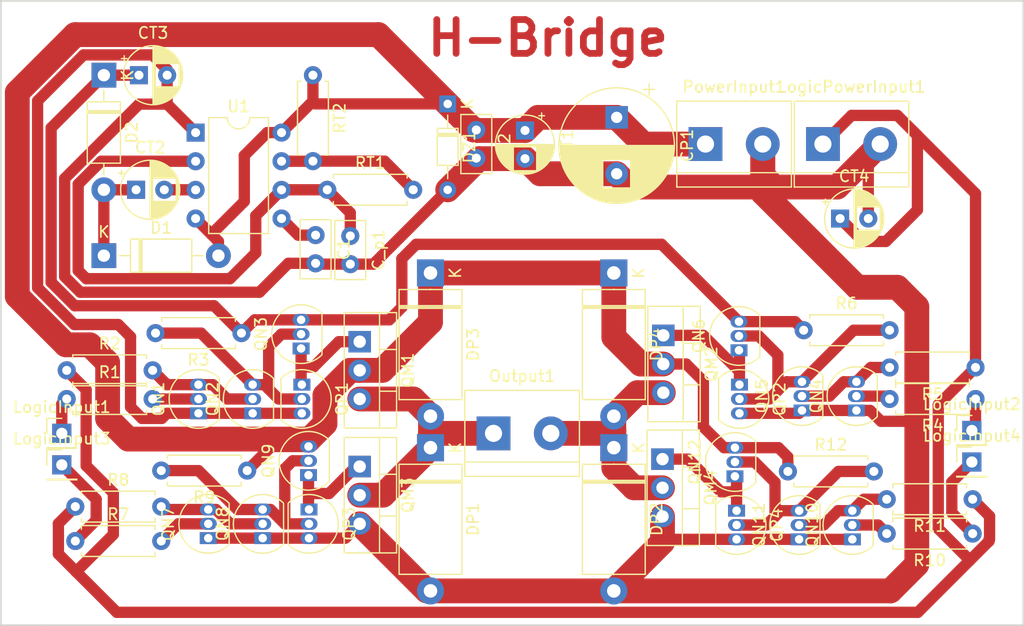
<source format=kicad_pcb>
(kicad_pcb (version 20221018) (generator pcbnew)
  (layers (0 "F.Cu" signal) (31 "B.Cu" signal) (37 "F.SilkS" user "F.Silkscreen") (38 "B.Mask" user) (39 "F.Mask" user) (44 "Edge.Cuts" user))
  (net 0 "")
  (net 1 "Net-(C1-Pad1)")
  (net 2 "GND")
  (net 3 "+12V")
  (net 4 "Net-(D1-Pad1)")
  (net 5 "Net-(U1-Pad3)")
  (net 6 "+24V")
  (net 7 "+5V")
  (net 8 "Net-(U1-Pad2)")
  (net 9 "Net-(QM1-Pad3)")
  (net 10 "Net-(QM2-Pad3)")
  (net 11 "Net-(QM1-Pad1)")
  (net 12 "Net-(QN6-Pad1)")
  (net 13 "Net-(QN9-Pad1)")
  (net 14 "Net-(QN12-Pad1)")
  (net 15 "Net-(QN1-Pad2)")
  (net 16 "Net-(QN1-Pad3)")
  (net 17 "Net-(QP1-Pad2)")
  (net 18 "Net-(QN4-Pad2)")
  (net 19 "Net-(QN4-Pad3)")
  (net 20 "Net-(QN5-Pad3)")
  (net 21 "Net-(R7-Pad2)")
  (net 22 "Net-(R8-Pad2)")
  (net 23 "Net-(R9-Pad2)")
  (net 24 "Net-(R10-Pad2)")
  (net 25 "Net-(R11-Pad2)")
  (net 26 "Net-(R12-Pad2)")
  (net 27 "Net-(U1-Pad7)")
  (net 28 "Net-(R1-Pad1)")
  (net 29 "Net-(R4-Pad1)")
  (net 30 "Net-(R7-Pad1)")
  (net 31 "Net-(R10-Pad1)")
  (footprint "Package_TO_SOT_THT:TO-92_Inline" (layer "F.Cu") (at 125.47 124.024 90)
    (fp_text reference "QN8")
    (fp_text value "S8050")
  )
  (footprint "Package_TO_SOT_THT:TO-92_Inline" (layer "F.Cu") (at 124.581 112.954 90)
    (fp_text reference "QN2")
    (fp_text value "S8050")
  )
  (footprint "Package_TO_SOT_THT:TO-92_Inline" (layer "F.Cu") (at 128.876 107.204 90)
    (fp_text reference "QN3")
    (fp_text value "S8050")
  )
  (footprint "Package_TO_SOT_THT:TO-220-3_Vertical" (layer "F.Cu") (at 134.071 117.674 -90)
    (fp_text reference "QM3")
    (fp_text value "IRF540N")
  )
  (footprint "Package_TO_SOT_THT:TO-220-3_Vertical" (layer "F.Cu") (at 134.071 106.604 -90)
    (fp_text reference "QM1")
    (fp_text value "IRF540N")
  )
  (footprint "Diode_THT:D_DO-41_SOD81_P10.16mm_Horizontal" (layer "F.Cu") (at 111.384 82.972 -90)
    (fp_text reference "D2")
    (fp_text value "1N5819")
  )
  (footprint "Package_TO_SOT_THT:TO-220-3_Vertical" (layer "F.Cu") (at 160.995 106.042969 -90)
    (fp_text reference "QM2")
    (fp_text value "IRF540N")
  )
  (footprint "Capacitor_THT:CP_Radial_D5.0mm_P2.50mm" (layer "F.Cu") (at 114.242888 93.132)
    (fp_text reference "CT2")
    (fp_text value "10uF")
  )
  (footprint "Resistor_THT:R_Axial_DIN0207_L6.3mm_D2.5mm_P7.62mm_Horizontal" (layer "F.Cu") (at 108.092 109.144)
    (fp_text reference "R2")
    (fp_text value "1k")
  )
  (footprint "Capacitor_THT:C_Disc_D5.0mm_W2.5mm_P2.50mm" (layer "F.Cu") (at 144.414 87.828 -90)
    (fp_text reference "C2")
    (fp_text value "100nF")
  )
  (footprint "Package_TO_SOT_THT:TO-92_Inline" (layer "F.Cu") (at 177.759 124.13 90)
    (fp_text reference "QN10")
    (fp_text value "S8050")
  )
  (footprint "Capacitor_THT:CP_Radial_D5.0mm_P2.50mm" (layer "F.Cu") (at 176.672 95.682)
    (fp_text reference "CT4")
    (fp_text value "10uF")
  )
  (footprint "Connector_PinHeader_2.54mm:PinHeader_1x01_P2.54mm_Vertical" (layer "F.Cu") (at 188.356 114.478)
    (fp_text reference "LogicInput2")
    (fp_text value "Conn_01x01_Female")
  )
  (footprint "Package_TO_SOT_THT:TO-92_Inline" (layer "F.Cu") (at 119.776 112.954 90)
    (fp_text reference "QN1")
    (fp_text value "S8050")
  )
  (footprint "Capacitor_THT:CP_Radial_D10.0mm_P5.00mm" (layer "F.Cu") (at 156.86 86.710323 -90)
    (fp_text reference "CP1")
    (fp_text value "C_Polarized")
  )
  (footprint "Capacitor_THT:C_Disc_D5.0mm_W2.5mm_P2.50mm" (layer "F.Cu") (at 133.238 97.226 -90)
    (fp_text reference "C_p1")
    (fp_text value "100pF")
  )
  (footprint "Capacitor_THT:C_Disc_D5.0mm_W2.5mm_P2.50mm" (layer "F.Cu") (at 130.16 97.152969 -90)
    (fp_text reference "C1")
    (fp_text value "100nF")
  )
  (footprint "Diode_THT:D_DO-34_SOD68_P7.62mm_Horizontal" (layer "F.Cu") (at 141.874 85.517 -90)
    (fp_text reference "DZ1")
    (fp_text value "12.1v")
  )
  (footprint "Resistor_THT:R_Axial_DIN0207_L6.3mm_D2.5mm_P7.62mm_Horizontal" (layer "F.Cu") (at 124.094 118.034 180)
    (fp_text reference "R9")
    (fp_text value "1k")
  )
  (footprint "Connector_PinHeader_2.54mm:PinHeader_1x01_P2.54mm_Vertical" (layer "F.Cu") (at 107.655 117.526)
    (fp_text reference "LogicInput3")
    (fp_text value "Conn_01x01_Female")
  )
  (footprint "Resistor_THT:R_Axial_DIN0207_L6.3mm_D2.5mm_P7.62mm_Horizontal" (layer "F.Cu") (at 188.427 120.574 180)
    (fp_text reference "R11")
    (fp_text value "1k")
  )
  (footprint "Resistor_THT:R_Axial_DIN0207_L6.3mm_D2.5mm_P7.62mm_Horizontal" (layer "F.Cu") (at 172.044 118.107969)
    (fp_text reference "R12")
    (fp_text value "1k")
  )
  (footprint "Package_TO_SOT_THT:TO-92_Inline" (layer "F.Cu") (at 129.576 121.484 -90)
    (fp_text reference "QP3")
    (fp_text value "S8550")
  )
  (footprint "Resistor_THT:R_Axial_DIN0207_L6.3mm_D2.5mm_P7.62mm_Horizontal" (layer "F.Cu") (at 188.681 108.89 180)
    (fp_text reference "R5")
    (fp_text value "1k")
  )
  (footprint "Package_TO_SOT_THT:TO-92_Inline" (layer "F.Cu") (at 120.644 124.024 90)
    (fp_text reference "QN7")
    (fp_text value "S8050")
  )
  (footprint "Package_TO_SOT_THT:TO-92_Inline" (layer "F.Cu") (at 129.534 118.436 90)
    (fp_text reference "QN9")
    (fp_text value "S8050")
  )
  (footprint "Diode_THT:D_DO-27_P12.70mm_Horizontal" (layer "F.Cu") (at 156.606 100.508 -90)
    (fp_text reference "DP4")
    (fp_text value "SR360")
  )
  (footprint "Resistor_THT:R_Axial_DIN0207_L6.3mm_D2.5mm_P7.62mm_Horizontal" (layer "F.Cu") (at 108.854 124.278)
    (fp_text reference "R7")
    (fp_text value "10k")
  )
  (footprint "Capacitor_THT:CP_Radial_D5.0mm_P2.50mm" (layer "F.Cu") (at 114.496888 82.972)
    (fp_text reference "CT3")
    (fp_text value "10uF")
  )
  (footprint "Package_TO_SOT_THT:TO-92_Inline" (layer "F.Cu") (at 178.119 112.7 90)
    (fp_text reference "QN4")
    (fp_text value "S8050")
  )
  (footprint "Diode_THT:D_DO-27_P12.70mm_Horizontal" (layer "F.Cu") (at 140.35 116.002 -90)
    (fp_text reference "DP1")
    (fp_text value "SR360")
  )
  (footprint "Package_TO_SOT_THT:TO-92_Inline" (layer "F.Cu") (at 167.345 118.542 90)
    (fp_text reference "QN12")
    (fp_text value "S8050")
  )
  (footprint "Capacitor_THT:CP_Radial_D5.0mm_P2.50mm" (layer "F.Cu") (at 148.732 87.872888 -90)
    (fp_text reference "CT1")
    (fp_text value "10uF")
  )
  (footprint "Resistor_THT:R_Axial_DIN0207_L6.3mm_D2.5mm_P7.62mm_Horizontal" (layer "F.Cu") (at 188.681 111.684 180)
    (fp_text reference "R4")
    (fp_text value "10k")
  )
  (footprint "Package_TO_SOT_THT:TO-92_Inline" (layer "F.Cu") (at 167.493 121.59 -90)
    (fp_text reference "QP4")
    (fp_text value "S8550")
  )
  (footprint "Connector_PinHeader_2.54mm:PinHeader_1x01_P2.54mm_Vertical" (layer "F.Cu") (at 107.655 114.732)
    (fp_text reference "LogicInput1")
    (fp_text value "Conn_01x01_Female")
  )
  (footprint "TerminalBlock:TerminalBlock_bornier-2_P5.08mm" (layer "F.Cu") (at 164.734 89.078)
    (fp_text reference "PowerInput1")
    (fp_text value "Conn_01x02_Female")
  )
  (footprint "Resistor_THT:R_Axial_DIN0207_L6.3mm_D2.5mm_P7.62mm_Horizontal" (layer "F.Cu") (at 123.586 105.842 180)
    (fp_text reference "R3")
    (fp_text value "1k")
  )
  (footprint "Diode_THT:D_DO-27_P12.70mm_Horizontal" (layer "F.Cu") (at 140.35 100.508 -90)
    (fp_text reference "DP3")
    (fp_text value "SR360")
  )
  (footprint "Connector_PinHeader_2.54mm:PinHeader_1x01_P2.54mm_Vertical" (layer "F.Cu") (at 188.356 117.272)
    (fp_text reference "LogicInput4")
    (fp_text value "Conn_01x01_Female")
  )
  (footprint "TerminalBlock:TerminalBlock_bornier-2_P5.08mm" (layer "F.Cu") (at 145.938 114.732)
    (fp_text reference "Output1")
    (fp_text value "Conn_01x02_Female")
  )
  (footprint "Resistor_THT:R_Axial_DIN0207_L6.3mm_D2.5mm_P7.62mm_Horizontal" (layer "F.Cu") (at 188.427 123.622 180)
    (fp_text reference "R10")
    (fp_text value "10k")
  )
  (footprint "Diode_THT:D_DO-27_P12.70mm_Horizontal" (layer "F.Cu") (at 156.606 116.002 -90)
    (fp_text reference "DP2")
    (fp_text value "SR360")
  )
  (footprint "Package_DIP:DIP-8_W7.62mm" (layer "F.Cu") (at 119.522 88.062)
    (fp_text reference "U1")
    (fp_text value "NE555P")
  )
  (footprint "Package_TO_SOT_THT:TO-92_Inline" (layer "F.Cu") (at 128.941 110.414 -90)
    (fp_text reference "QP1")
    (fp_text value "S8550")
  )
  (footprint "Resistor_THT:R_Axial_DIN0207_L6.3mm_D2.5mm_P7.62mm_Horizontal" (layer "F.Cu") (at 129.926 82.972 -90)
    (fp_text reference "RT2")
    (fp_text value "1k")
  )
  (footprint "Package_TO_SOT_THT:TO-220-3_Vertical" (layer "F.Cu") (at 160.924 117.018 -90)
    (fp_text reference "QM4")
    (fp_text value "IRF540N")
  )
  (footprint "Resistor_THT:R_Axial_DIN0207_L6.3mm_D2.5mm_P7.62mm_Horizontal" (layer "F.Cu") (at 108.092 111.684)
    (fp_text reference "R1")
    (fp_text value "10k")
  )
  (footprint "Resistor_THT:R_Axial_DIN0207_L6.3mm_D2.5mm_P7.62mm_Horizontal" (layer "F.Cu") (at 108.854 121.23)
    (fp_text reference "R8")
    (fp_text value "1k")
  )
  (footprint "Resistor_THT:R_Axial_DIN0207_L6.3mm_D2.5mm_P7.62mm_Horizontal" (layer "F.Cu") (at 173.441 105.588)
    (fp_text reference "R6")
    (fp_text value "1k")
  )
  (footprint "Package_TO_SOT_THT:TO-92_Inline" (layer "F.Cu") (at 173.293 112.7 90)
    (fp_text reference "QN5")
    (fp_text value "S8050")
  )
  (footprint "Package_TO_SOT_THT:TO-92_Inline" (layer "F.Cu") (at 173.039 124.13 90)
    (fp_text reference "QN11")
    (fp_text value "S8050")
  )
  (footprint "Diode_THT:D_DO-41_SOD81_P10.16mm_Horizontal" (layer "F.Cu") (at 111.384 98.974)
    (fp_text reference "D1")
    (fp_text value "1N5819")
  )
  (footprint "Package_TO_SOT_THT:TO-92_Inline" (layer "F.Cu") (at 167.747 110.414 -90)
    (fp_text reference "QP2")
    (fp_text value "S8550")
  )
  (footprint "Resistor_THT:R_Axial_DIN0207_L6.3mm_D2.5mm_P7.62mm_Horizontal" (layer "F.Cu") (at 131.196 93.132)
    (fp_text reference "RT1")
    (fp_text value "10k")
  )
  (footprint "Package_TO_SOT_THT:TO-92_Inline" (layer "F.Cu") (at 167.705 107.366 90)
    (fp_text reference "QN6")
    (fp_text value "S8050")
  )
  (footprint "TerminalBlock:TerminalBlock_bornier-2_P5.08mm" (layer "F.Cu") (at 175.148 89.078)
    (fp_text reference "LogicPowerInput1")
    (fp_text value "Conn_01x02_Female")
  )
  (gr_line (start 105.806 131.75) (end 102.25 131.75) (stroke (width 0.15)) (layer "Edge.Cuts"))
  (gr_line (start 102.25 131.75) (end 102.25 76.378) (stroke (width 0.15)) (layer "Edge.Cuts"))
  (gr_line (start 102.25 76.378) (end 192.928 76.378) (stroke (width 0.15)) (layer "Edge.Cuts"))
  (gr_line (start 192.928 76.378) (end 192.928 131.75) (stroke (width 0.15)) (layer "Edge.Cuts"))
  (gr_line (start 192.928 131.75) (end 105.806 131.75) (stroke (width 0.15)) (layer "Edge.Cuts"))
  (gr_text "H-Bridge" (at 150.764 79.68) (layer "F.Cu") (effects (font (size 3 3) (thickness 0.6))))
  (segment (start 128.612969 97.152969) (end 127.142 95.682) (width 1) (layer "F.Cu") (net 1))
  (segment (start 130.16 97.152969) (end 128.612969 97.152969) (width 1) (layer "F.Cu") (net 1))
  (segment (start 128.941 112.954) (end 119.776 112.954) (width 1) (layer "F.Cu") (net 2))
  (segment (start 160.924 124.384) (end 156.606 128.702) (width 2.2) (layer "F.Cu") (net 2))
  (segment (start 109.29152 102.21552) (end 107.90848 100.83248) (width 1) (layer "F.Cu") (net 2))
  (segment (start 167.493 124.13) (end 161.178 124.13) (width 1) (layer "F.Cu") (net 2))
  (segment (start 125.18048 102.21552) (end 127.743031 99.652969) (width 1) (layer "F.Cu") (net 2))
  (segment (start 183.474 113.662969) (end 183.474 126.362969) (width 2.2) (layer "F.Cu") (net 2))
  (segment (start 158.037677 92.888) (end 156.86 91.710323) (width 2.2) (layer "F.Cu") (net 2))
  (segment (start 133.238 99.726) (end 135.285 99.726) (width 1) (layer "F.Cu") (net 2))
  (segment (start 179.172 95.682) (end 179.172 90.134) (width 1) (layer "F.Cu") (net 2))
  (segment (start 156.86 91.710323) (end 150.069435 91.710323) (width 2.2) (layer "F.Cu") (net 2))
  (segment (start 177.759 124.13) (end 167.493 124.13) (width 1) (layer "F.Cu") (net 2))
  (segment (start 181.134969 128.702) (end 156.606 128.702) (width 2.2) (layer "F.Cu") (net 2))
  (segment (start 113.751 106.169969) (end 113.751 112.392969) (width 1) (layer "F.Cu") (net 2))
  (segment (start 132.801 124.024) (end 134.071 122.754) (width 1) (layer "F.Cu") (net 2))
  (segment (start 179.172 90.134) (end 180.228 89.078) (width 1) (layer "F.Cu") (net 2))
  (segment (start 116.996888 82.972) (end 116.996888 85.536888) (width 1) (layer "F.Cu") (net 2))
  (segment (start 178.196 101.778) (end 181.749031 101.778) (width 2.2) (layer "F.Cu") (net 2))
  (segment (start 148.732 90.372888) (end 144.638112 90.372888) (width 2.2) (layer "F.Cu") (net 2))
  (segment (start 130.233031 99.726) (end 130.16 99.652969) (width 1) (layer "F.Cu") (net 2))
  (segment (start 116.996888 82.472978) (end 115.696399 81.172489) (width 1) (layer "F.Cu") (net 2))
  (segment (start 116.996888 85.536888) (end 119.522 88.062) (width 1) (layer "F.Cu") (net 2))
  (segment (start 114.508734 85.536888) (end 116.996888 85.536888) (width 1) (layer "F.Cu") (net 2))
  (segment (start 140.35 128.702) (end 140.019 128.702) (width 2.2) (layer "F.Cu") (net 2))
  (segment (start 140.019 128.702) (end 134.071 122.754) (width 2.2) (layer "F.Cu") (net 2))
  (segment (start 120.644 124.024) (end 132.801 124.024) (width 1) (layer "F.Cu") (net 2))
  (segment (start 115.696399 81.172489) (end 109.584489 81.172489) (width 1) (layer "F.Cu") (net 2))
  (segment (start 109.584489 81.172489) (end 105.50944 85.247538) (width 1) (layer "F.Cu") (net 2))
  (segment (start 173.039 112.954) (end 173.293 112.7) (width 1) (layer "F.Cu") (net 2))
  (segment (start 107.90848 92.137142) (end 114.508734 85.536888) (width 1) (layer "F.Cu") (net 2))
  (segment (start 135.285 99.726) (end 141.874 93.137) (width 1) (layer "F.Cu") (net 2))
  (segment (start 150.069435 91.710323) (end 148.732 90.372888) (width 2.2) (layer "F.Cu") (net 2))
  (segment (start 161.178 124.13) (end 160.924 124.384) (width 1) (layer "F.Cu") (net 2))
  (segment (start 173.293 112.7) (end 178.119 112.7) (width 1) (layer "F.Cu") (net 2))
  (segment (start 179.336031 112.7) (end 180.299 113.662969) (width 1) (layer "F.Cu") (net 2))
  (segment (start 169.814 91.872) (end 170.83 92.888) (width 2.2) (layer "F.Cu") (net 2))
  (segment (start 181.749031 101.778) (end 183.474 103.502969) (width 2.2) (layer "F.Cu") (net 2))
  (segment (start 116.982 112.954) (end 119.776 112.954) (width 1) (layer "F.Cu") (net 2))
  (segment (start 113.751 112.392969) (end 114.767 113.408969) (width 1) (layer "F.Cu") (net 2))
  (segment (start 105.50944 85.247538) (end 105.50944 101.826196) (width 1) (layer "F.Cu") (net 2))
  (segment (start 169.814 93.396) (end 178.196 101.778) (width 2.2) (layer "F.Cu") (net 2))
  (segment (start 108.763244 105.08) (end 112.661031 105.08) (width 1) (layer "F.Cu") (net 2))
  (segment (start 105.50944 101.826196) (end 108.763244 105.08) (width 1) (layer "F.Cu") (net 2))
  (segment (start 183.474 126.362969) (end 181.134969 128.702) (width 2.2) (layer "F.Cu") (net 2))
  (segment (start 170.83 92.888) (end 158.037677 92.888) (width 2.2) (layer "F.Cu") (net 2))
  (segment (start 107.90848 100.83248) (end 107.90848 92.137142) (width 1) (layer "F.Cu") (net 2))
  (segment (start 114.767 113.408969) (end 116.527031 113.408969) (width 1) (layer "F.Cu") (net 2))
  (segment (start 116.996888 82.972) (end 116.996888 82.472978) (width 1) (layer "F.Cu") (net 2))
  (segment (start 116.527031 113.408969) (end 116.982 112.954) (width 1) (layer "F.Cu") (net 2))
  (segment (start 133.238 99.726) (end 130.233031 99.726) (width 1) (layer "F.Cu") (net 2))
  (segment (start 176.418 92.888) (end 180.228 89.078) (width 2.2) (layer "F.Cu") (net 2))
  (segment (start 169.814 89.078) (end 169.814 93.396) (width 2.2) (layer "F.Cu") (net 2))
  (segment (start 140.35 128.702) (end 156.606 128.702) (width 2.2) (layer "F.Cu") (net 2))
  (segment (start 112.661031 105.08) (end 113.751 106.169969) (width 1) (layer "F.Cu") (net 2))
  (segment (start 144.638112 90.372888) (end 141.874 93.137) (width 2.2) (layer "F.Cu") (net 2))
  (segment (start 170.83 92.888) (end 176.418 92.888) (width 2.2) (layer "F.Cu") (net 2))
  (segment (start 183.474 103.502969) (end 183.474 113.662969) (width 2.2) (layer "F.Cu") (net 2))
  (segment (start 180.299 113.662969) (end 183.474 113.662969) (width 1) (layer "F.Cu") (net 2))
  (segment (start 167.747 112.954) (end 173.039 112.954) (width 1) (layer "F.Cu") (net 2))
  (segment (start 169.814 89.078) (end 169.814 91.872) (width 2.2) (layer "F.Cu") (net 2))
  (segment (start 160.924 122.098) (end 160.924 124.384) (width 2.2) (layer "F.Cu") (net 2))
  (segment (start 178.119 112.7) (end 179.336031 112.7) (width 1) (layer "F.Cu") (net 2))
  (segment (start 127.743031 99.652969) (end 130.16 99.652969) (width 1) (layer "F.Cu") (net 2))
  (segment (start 125.18048 102.21552) (end 109.29152 102.21552) (width 1) (layer "F.Cu") (net 2))
  (segment (start 171.208031 116.002) (end 167.345 116.002) (width 1) (layer "F.Cu") (net 3))
  (segment (start 121.544 97.704) (end 120.919 97.079) (width 1) (layer "F.Cu") (net 3))
  (segment (start 167.345 116.002) (end 166.382031 116.002) (width 1) (layer "F.Cu") (net 3))
  (segment (start 164.551 110.106969) (end 163.027 108.582969) (width 1) (layer "F.Cu") (net 3))
  (segment (start 120.919 97.079) (end 119.522 95.682) (width 1) (layer "F.Cu") (net 3))
  (segment (start 108.839103 79.372969) (end 135.729969 79.372969) (width 2.2) (layer "F.Cu") (net 3))
  (segment (start 125.872 88.062) (end 127.142 88.062) (width 1) (layer "F.Cu") (net 3))
  (segment (start 172.044 118.107969) (end 172.044 116.837969) (width 1) (layer "F.Cu") (net 3))
  (segment (start 140.35 104.876522) (end 136.082522 109.144) (width 2.2) (layer "F.Cu") (net 3))
  (segment (start 124.094 118.034) (end 126.232 115.896) (width 1) (layer "F.Cu") (net 3))
  (segment (start 129.926 85.278) (end 130.165 85.517) (width 1) (layer "F.Cu") (net 3))
  (segment (start 129.43252 115.24) (end 113.550031 115.24) (width 2.2) (layer "F.Cu") (net 3))
  (segment (start 133.217567 109.144) (end 130.99052 111.371047) (width 2.2) (layer "F.Cu") (net 3))
  (segment (start 108.017858 106.87952) (end 103.70992 102.571582) (width 2.2) (layer "F.Cu") (net 3))
  (segment (start 144.185 87.828) (end 141.874 85.517) (width 2.2) (layer "F.Cu") (net 3))
  (segment (start 130.99052 113.88496) (end 129.534 115.34148) (width 2.2) (layer "F.Cu") (net 3))
  (segment (start 103.70992 102.571582) (end 103.70992 84.502152) (width 2.2) (layer "F.Cu") (net 3))
  (segment (start 172.044 116.837969) (end 171.208031 116.002) (width 1) (layer "F.Cu") (net 3))
  (segment (start 164.734 89.078) (end 159.227677 89.078) (width 2.2) (layer "F.Cu") (net 3))
  (segment (start 103.70992 84.502152) (end 108.839103 79.372969) (width 2.2) (layer "F.Cu") (net 3))
  (segment (start 160.995 108.582969) (end 158.983478 108.582969) (width 2.2) (layer "F.Cu") (net 3))
  (segment (start 129.926 82.972) (end 129.926 85.278) (width 1) (layer "F.Cu") (net 3))
  (segment (start 158.983478 108.582969) (end 156.606 106.205491) (width 2.2) (layer "F.Cu") (net 3))
  (segment (start 135.729969 79.372969) (end 141.874 85.517) (width 2.2) (layer "F.Cu") (net 3))
  (segment (start 156.606 106.205491) (end 156.606 100.508) (width 2.2) (layer "F.Cu") (net 3))
  (segment (start 129.534 115.34148) (end 129.43252 115.24) (width 2.2) (layer "F.Cu") (net 3))
  (segment (start 156.86 86.710323) (end 149.894565 86.710323) (width 2.2) (layer "F.Cu") (net 3))
  (segment (start 140.35 100.508) (end 140.35 104.876522) (width 2.2) (layer "F.Cu") (net 3))
  (segment (start 149.894565 86.710323) (end 148.732 87.872888) (width 2.2) (layer "F.Cu") (net 3))
  (segment (start 129.926 85.278) (end 127.142 88.062) (width 1) (layer "F.Cu") (net 3))
  (segment (start 130.165 85.517) (end 141.874 85.517) (width 1) (layer "F.Cu") (net 3))
  (segment (start 144.414 87.828) (end 144.185 87.828) (width 2.2) (layer "F.Cu") (net 3))
  (segment (start 120.919 97.079) (end 123.84 94.158) (width 1) (layer "F.Cu") (net 3))
  (segment (start 121.544 98.974) (end 121.544 97.704) (width 1) (layer "F.Cu") (net 3))
  (segment (start 111.719 113.408969) (end 111.719 108.455969) (width 2.2) (layer "F.Cu") (net 3))
  (segment (start 166.382031 116.002) (end 164.551 114.170969) (width 1) (layer "F.Cu") (net 3))
  (segment (start 148.732 87.872888) (end 144.458888 87.872888) (width 2.2) (layer "F.Cu") (net 3))
  (segment (start 144.458888 87.872888) (end 144.414 87.828) (width 2.2) (layer "F.Cu") (net 3))
  (segment (start 111.719 108.455969) (end 110.142551 106.87952) (width 2.2) (layer "F.Cu") (net 3))
  (segment (start 113.550031 115.24) (end 111.719 113.408969) (width 2.2) (layer "F.Cu") (net 3))
  (segment (start 123.84 94.158) (end 123.84 90.094) (width 1) (layer "F.Cu") (net 3))
  (segment (start 140.35 100.508) (end 156.606 100.508) (width 2.2) (layer "F.Cu") (net 3))
  (segment (start 123.84 90.094) (end 125.872 88.062) (width 1) (layer "F.Cu") (net 3))
  (segment (start 130.99052 111.371047) (end 130.99052 113.88496) (width 2.2) (layer "F.Cu") (net 3))
  (segment (start 134.071 109.144) (end 133.217567 109.144) (width 2.2) (layer "F.Cu") (net 3))
  (segment (start 136.082522 109.144) (end 134.071 109.144) (width 2.2) (layer "F.Cu") (net 3))
  (segment (start 159.227677 89.078) (end 156.86 86.710323) (width 2.2) (layer "F.Cu") (net 3))
  (segment (start 163.027 108.582969) (end 160.995 108.582969) (width 1) (layer "F.Cu") (net 3))
  (segment (start 126.232 115.896) (end 129.534 115.896) (width 1) (layer "F.Cu") (net 3))
  (segment (start 110.142551 106.87952) (end 108.017858 106.87952) (width 2.2) (layer "F.Cu") (net 3))
  (segment (start 164.551 114.170969) (end 164.551 110.106969) (width 1) (layer "F.Cu") (net 3))
  (segment (start 111.384 93.132) (end 114.242888 93.132) (width 1) (layer "F.Cu") (net 4))
  (segment (start 111.384 98.974) (end 111.384 93.132) (width 1) (layer "F.Cu") (net 4))
  (segment (start 116.742888 93.132) (end 119.512 93.132) (width 1) (layer "F.Cu") (net 5))
  (segment (start 119.512 93.132) (end 119.522 93.142) (width 1) (layer "F.Cu") (net 5))
  (segment (start 137.81 99.238) (end 137.81 103.556) (width 1) (layer "F.Cu") (net 6))
  (segment (start 160.847 97.968) (end 139.08 97.968) (width 1) (layer "F.Cu") (net 6))
  (segment (start 167.705 104.826) (end 160.847 97.968) (width 1) (layer "F.Cu") (net 6))
  (segment (start 106.70896 87.64704) (end 106.70896 101.329338) (width 1) (layer "F.Cu") (net 6))
  (segment (start 173.441 105.588) (end 172.679 104.826) (width 1) (layer "F.Cu") (net 6))
  (segment (start 106.70896 101.329338) (end 108.794662 103.41504) (width 1) (layer "F.Cu") (net 6))
  (segment (start 172.679 104.826) (end 167.705 104.826) (width 1) (layer "F.Cu") (net 6))
  (segment (start 139.08 97.968) (end 137.81 99.238) (width 1) (layer "F.Cu") (net 6))
  (segment (start 123.586 105.842) (end 124.764 104.664) (width 1) (layer "F.Cu") (net 6))
  (segment (start 111.384 82.972) (end 114.496888 82.972) (width 1) (layer "F.Cu") (net 6))
  (segment (start 108.794662 103.41504) (end 121.15904 103.41504) (width 1) (layer "F.Cu") (net 6))
  (segment (start 136.702 104.664) (end 128.876 104.664) (width 1) (layer "F.Cu") (net 6))
  (segment (start 124.764 104.664) (end 128.876 104.664) (width 1) (layer "F.Cu") (net 6))
  (segment (start 121.15904 103.41504) (end 123.586 105.842) (width 1) (layer "F.Cu") (net 6))
  (segment (start 137.81 103.556) (end 136.702 104.664) (width 1) (layer "F.Cu") (net 6))
  (segment (start 111.384 82.972) (end 106.70896 87.64704) (width 1) (layer "F.Cu") (net 6))
  (segment (start 183.149 87.935) (end 183.53 88.316) (width 1) (layer "F.Cu") (net 7))
  (segment (start 112.227 120.012969) (end 112.227 123.695969) (width 1) (layer "F.Cu") (net 7))
  (segment (start 185.37848 112.19252) (end 185.37848 122.552449) (width 1) (layer "F.Cu") (net 7))
  (segment (start 112.227 123.695969) (end 108.926484 126.996485) (width 1) (layer "F.Cu") (net 7))
  (segment (start 177.688 86.538) (end 181.752 86.538) (width 1) (layer "F.Cu") (net 7))
  (segment (start 107.354489 122.729511) (end 107.354489 125.424489) (width 1) (layer "F.Cu") (net 7))
  (segment (start 183.53 94.92) (end 180.736 97.714) (width 1) (layer "F.Cu") (net 7))
  (segment (start 183.568119 130.601511) (end 188.180331 125.9893) (width 1) (layer "F.Cu") (net 7))
  (segment (start 189.88 124.13) (end 189.832815 124.336815) (width 1) (layer "F.Cu") (net 7))
  (segment (start 108.854 121.23) (end 107.354489 122.729511) (width 1) (layer "F.Cu") (net 7))
  (segment (start 108.092 108.907969) (end 108.163 108.836969) (width 1) (layer "F.Cu") (net 7))
  (segment (start 183.53 88.316) (end 183.53 94.92) (width 1) (layer "F.Cu") (net 7))
  (segment (start 189.88 124.28963) (end 189.88 124.13) (width 1) (layer "F.Cu") (net 7))
  (segment (start 175.148 89.078) (end 177.688 86.538) (width 1) (layer "F.Cu") (net 7))
  (segment (start 109.814 110.866) (end 109.814 117.599969) (width 1) (layer "F.Cu") (net 7))
  (segment (start 189.926511 122.073511) (end 189.926511 124.13) (width 1) (layer "F.Cu") (net 7))
  (segment (start 185.37848 122.552449) (end 185.379 122.552969) (width 1) (layer "F.Cu") (net 7))
  (segment (start 181.752 86.538) (end 183.149 87.935) (width 1) (layer "F.Cu") (net 7))
  (segment (start 180.736 97.714) (end 178.704 97.714) (width 1) (layer "F.Cu") (net 7))
  (segment (start 109.814 117.599969) (end 112.227 120.012969) (width 1) (layer "F.Cu") (net 7))
  (segment (start 189.832815 124.336815) (end 189.88 124.28963) (width 1) (layer "F.Cu") (net 7))
  (segment (start 188.681 93.467) (end 183.149 87.935) (width 1) (layer "F.Cu") (net 7))
  (segment (start 178.704 97.714) (end 176.672 95.682) (width 1) (layer "F.Cu") (net 7))
  (segment (start 185.379 122.552969) (end 185.379 123.187969) (width 1) (layer "F.Cu") (net 7))
  (segment (start 112.531511 130.601511) (end 183.568119 130.601511) (width 1) (layer "F.Cu") (net 7))
  (segment (start 188.681 108.89) (end 188.681 93.467) (width 1) (layer "F.Cu") (net 7))
  (segment (start 188.180331 125.9893) (end 189.88 124.28963) (width 1) (layer "F.Cu") (net 7))
  (segment (start 188.427 120.574) (end 189.926511 122.073511) (width 1) (layer "F.Cu") (net 7))
  (segment (start 185.379 123.187969) (end 188.180331 125.9893) (width 1) (layer "F.Cu") (net 7))
  (segment (start 108.092 109.144) (end 109.814 110.866) (width 1) (layer "F.Cu") (net 7))
  (segment (start 107.354489 125.424489) (end 108.926484 126.996485) (width 1) (layer "F.Cu") (net 7))
  (segment (start 188.681 108.89) (end 185.37848 112.19252) (width 1) (layer "F.Cu") (net 7))
  (segment (start 108.926484 126.996485) (end 112.531511 130.601511) (width 1) (layer "F.Cu") (net 7))
  (segment (start 108.092 109.144) (end 108.092 108.907969) (width 1) (layer "F.Cu") (net 7))
  (segment (start 124.856 95.428) (end 127.142 93.142) (width 1) (layer "F.Cu") (net 8))
  (segment (start 127.152 93.132) (end 127.142 93.142) (width 1) (layer "F.Cu") (net 8))
  (segment (start 131.196 93.132) (end 127.152 93.132) (width 1) (layer "F.Cu") (net 8))
  (segment (start 124.856 98.73) (end 124.856 95.428) (width 1) (layer "F.Cu") (net 8))
  (segment (start 133.238 97.226) (end 133.238 95.174) (width 1) (layer "F.Cu") (net 8))
  (segment (start 111.14 90.602) (end 109.108 92.634) (width 1) (layer "F.Cu") (net 8))
  (segment (start 109.108 92.634) (end 109.108 100.297022) (width 1) (layer "F.Cu") (net 8))
  (segment (start 109.108 100.297022) (end 109.826978 101.016) (width 1) (layer "F.Cu") (net 8))
  (segment (start 109.826978 101.016) (end 122.57 101.016) (width 1) (layer "F.Cu") (net 8))
  (segment (start 122.57 101.016) (end 124.856 98.73) (width 1) (layer "F.Cu") (net 8))
  (segment (start 119.522 90.602) (end 111.14 90.602) (width 1) (layer "F.Cu") (net 8))
  (segment (start 133.238 95.174) (end 131.196 93.132) (width 1) (layer "F.Cu") (net 8))
  (segment (start 134.071 111.684) (end 138.826 111.684) (width 2.2) (layer "F.Cu") (net 9))
  (segment (start 138.826 111.684) (end 140.35 113.208) (width 2.2) (layer "F.Cu") (net 9))
  (segment (start 140.35 113.208) (end 140.35 114.732) (width 2.2) (layer "F.Cu") (net 9))
  (segment (start 140.35 114.732) (end 140.35 116.002) (width 2.2) (layer "F.Cu") (net 9))
  (segment (start 136.138 120.214) (end 140.35 116.002) (width 2.2) (layer "F.Cu") (net 9))
  (segment (start 134.071 120.214) (end 136.138 120.214) (width 2.2) (layer "F.Cu") (net 9))
  (segment (start 140.35 114.732) (end 145.938 114.732) (width 2.2) (layer "F.Cu") (net 9))
  (segment (start 156.606 117.78) (end 158.384 119.558) (width 2.2) (layer "F.Cu") (net 10))
  (segment (start 156.352 114.732) (end 151.018 114.732) (width 2.2) (layer "F.Cu") (net 10))
  (segment (start 158.384 119.558) (end 160.924 119.558) (width 2.2) (layer "F.Cu") (net 10))
  (segment (start 156.606 113.208) (end 156.606 114.478) (width 2.2) (layer "F.Cu") (net 10))
  (segment (start 156.606 116.002) (end 156.606 117.78) (width 2.2) (layer "F.Cu") (net 10))
  (segment (start 156.606 114.478) (end 156.352 114.732) (width 2.2) (layer "F.Cu") (net 10))
  (segment (start 158.691031 111.122969) (end 156.606 113.208) (width 2.2) (layer "F.Cu") (net 10))
  (segment (start 160.995 111.122969) (end 158.691031 111.122969) (width 2.2) (layer "F.Cu") (net 10))
  (segment (start 156.606 114.478) (end 156.606 116.002) (width 2.2) (layer "F.Cu") (net 10))
  (segment (start 132.222 106.604) (end 134.071 106.604) (width 1) (layer "F.Cu") (net 11))
  (segment (start 128.876 107.204) (end 128.876 108.846) (width 1) (layer "F.Cu") (net 11))
  (segment (start 128.876 108.846) (end 128.876 110.349) (width 1) (layer "F.Cu") (net 11))
  (segment (start 128.876 110.349) (end 128.941 110.414) (width 1) (layer "F.Cu") (net 11))
  (segment (start 129.98 108.846) (end 132.222 106.604) (width 1) (layer "F.Cu") (net 11))
  (segment (start 128.876 108.846) (end 129.98 108.846) (width 1) (layer "F.Cu") (net 11))
  (segment (start 164.551 106.042969) (end 167.747 109.238969) (width 1) (layer "F.Cu") (net 12))
  (segment (start 167.747 109.238969) (end 167.747 107.408) (width 1) (layer "F.Cu") (net 12))
  (segment (start 160.995 106.042969) (end 164.551 106.042969) (width 1) (layer "F.Cu") (net 12))
  (segment (start 167.747 110.414) (end 167.747 109.238969) (width 1) (layer "F.Cu") (net 12))
  (segment (start 167.747 107.408) (end 167.705 107.366) (width 1) (layer "F.Cu") (net 12))
  (segment (start 129.534 118.436) (end 129.534 120.066) (width 1) (layer "F.Cu") (net 13))
  (segment (start 129.534 120.066) (end 129.534 121.442) (width 1) (layer "F.Cu") (net 13))
  (segment (start 133.746 117.674) (end 134.071 117.674) (width 1) (layer "F.Cu") (net 13))
  (segment (start 129.534 120.066) (end 131.354 120.066) (width 1) (layer "F.Cu") (net 13))
  (segment (start 131.354 120.066) (end 133.746 117.674) (width 1) (layer "F.Cu") (net 13))
  (segment (start 129.534 121.442) (end 129.576 121.484) (width 1) (layer "F.Cu") (net 13))
  (segment (start 167.493 121.59) (end 167.493 119.918) (width 1) (layer "F.Cu") (net 14))
  (segment (start 167.493 119.918) (end 167.493 118.64452) (width 1) (layer "F.Cu") (net 14))
  (segment (start 166.11 119.918) (end 163.21 117.018) (width 1) (layer "F.Cu") (net 14))
  (segment (start 167.493 119.918) (end 166.11 119.918) (width 1) (layer "F.Cu") (net 14))
  (segment (start 167.493 118.64452) (end 167.345 118.49652) (width 1) (layer "F.Cu") (net 14))
  (segment (start 163.21 117.018) (end 160.924 117.018) (width 1) (layer "F.Cu") (net 14))
  (segment (start 115.712 111.684) (end 119.776 111.684) (width 1) (layer "F.Cu") (net 15))
  (segment (start 116.982 110.414) (end 115.712 109.144) (width 1) (layer "F.Cu") (net 16))
  (segment (start 121.046 110.414) (end 122.316 111.684) (width 1) (layer "F.Cu") (net 16))
  (segment (start 122.316 111.684) (end 124.581 111.684) (width 1) (layer "F.Cu") (net 16))
  (segment (start 119.776 110.414) (end 116.982 110.414) (width 1) (layer "F.Cu") (net 16))
  (segment (start 119.776 110.414) (end 121.046 110.414) (width 1) (layer "F.Cu") (net 16))
  (segment (start 124.581 110.414) (end 125.618 110.414) (width 1) (layer "F.Cu") (net 17))
  (segment (start 125.999 110.795) (end 126.888 111.684) (width 1) (layer "F.Cu") (net 17))
  (segment (start 126.888 111.684) (end 128.941 111.684) (width 1) (layer "F.Cu") (net 17))
  (segment (start 127.126 105.934) (end 125.999 107.061) (width 1) (layer "F.Cu") (net 17))
  (segment (start 125.999 107.061) (end 125.999 110.795) (width 1) (layer "F.Cu") (net 17))
  (segment (start 124.581 110.414) (end 120.009 105.842) (width 1) (layer "F.Cu") (net 17))
  (segment (start 120.009 105.842) (end 115.966 105.842) (width 1) (layer "F.Cu") (net 17))
  (segment (start 128.876 105.934) (end 127.126 105.934) (width 1) (layer "F.Cu") (net 17))
  (segment (start 125.618 110.414) (end 125.999 110.795) (width 1) (layer "F.Cu") (net 17))
  (segment (start 180.807 111.43) (end 178.119 111.43) (width 1) (layer "F.Cu") (net 18))
  (segment (start 181.061 111.684) (end 180.807 111.43) (width 1) (layer "F.Cu") (net 18))
  (segment (start 179.389 108.89) (end 178.119 110.16) (width 1) (layer "F.Cu") (net 19))
  (segment (start 175.727 111.43) (end 173.293 111.43) (width 1) (layer "F.Cu") (net 19))
  (segment (start 178.119 110.16) (end 176.997 110.16) (width 1) (layer "F.Cu") (net 19))
  (segment (start 176.997 110.16) (end 175.727 111.43) (width 1) (layer "F.Cu") (net 19))
  (segment (start 181.061 108.89) (end 179.389 108.89) (width 1) (layer "F.Cu") (net 19))
  (segment (start 171.155 110.922) (end 170.393 111.684) (width 1) (layer "F.Cu") (net 20))
  (segment (start 171.155 107.796) (end 171.155 110.922) (width 1) (layer "F.Cu") (net 20))
  (segment (start 181.061 105.588) (end 177.865 105.588) (width 1) (layer "F.Cu") (net 20))
  (segment (start 167.705 106.096) (end 169.455 106.096) (width 1) (layer "F.Cu") (net 20))
  (segment (start 173.293 110.16) (end 171.917 110.16) (width 1) (layer "F.Cu") (net 20))
  (segment (start 170.393 111.684) (end 167.747 111.684) (width 1) (layer "F.Cu") (net 20))
  (segment (start 171.917 110.16) (end 171.155 110.922) (width 1) (layer "F.Cu") (net 20))
  (segment (start 177.865 105.588) (end 173.293 110.16) (width 1) (layer "F.Cu") (net 20))
  (segment (start 169.455 106.096) (end 171.155 107.796) (width 1) (layer "F.Cu") (net 20))
  (segment (start 120.644 122.754) (end 117.998 122.754) (width 1) (layer "F.Cu") (net 21))
  (segment (start 117.998 122.754) (end 116.474 124.278) (width 1) (layer "F.Cu") (net 21))
  (segment (start 122.600732 122.754) (end 121.330732 121.484) (width 1) (layer "F.Cu") (net 22))
  (segment (start 125.47 122.754) (end 122.600732 122.754) (width 1) (layer "F.Cu") (net 22))
  (segment (start 120.644 121.484) (end 116.728 121.484) (width 1) (layer "F.Cu") (net 22))
  (segment (start 116.728 121.484) (end 116.474 121.23) (width 1) (layer "F.Cu") (net 22))
  (segment (start 121.330732 121.484) (end 120.644 121.484) (width 1) (layer "F.Cu") (net 22))
  (segment (start 125.47 121.484) (end 123.226 121.484) (width 1) (layer "F.Cu") (net 23))
  (segment (start 123.226 121.484) (end 119.776 118.034) (width 1) (layer "F.Cu") (net 23))
  (segment (start 129.576 122.754) (end 127.426732 122.754) (width 1) (layer "F.Cu") (net 23))
  (segment (start 127.426732 122.754) (end 126.156732 121.484) (width 1) (layer "F.Cu") (net 23))
  (segment (start 119.776 118.034) (end 116.474 118.034) (width 1) (layer "F.Cu") (net 23))
  (segment (start 129.534 117.166) (end 128.129978 117.166) (width 1) (layer "F.Cu") (net 23))
  (segment (start 128.129978 117.166) (end 127.426732 117.869246) (width 1) (layer "F.Cu") (net 23))
  (segment (start 127.426732 117.869246) (end 127.426732 122.754) (width 1) (layer "F.Cu") (net 23))
  (segment (start 126.156732 121.484) (end 125.47 121.484) (width 1) (layer "F.Cu") (net 23))
  (segment (start 180.045 122.86) (end 177.759 122.86) (width 1) (layer "F.Cu") (net 24))
  (segment (start 180.807 123.622) (end 180.045 122.86) (width 1) (layer "F.Cu") (net 24))
  (segment (start 178.775 120.574) (end 177.759 121.59) (width 1) (layer "F.Cu") (net 25))
  (segment (start 175.219 122.86) (end 173.039 122.86) (width 1) (layer "F.Cu") (net 25))
  (segment (start 178.775 120.574) (end 180.807 120.574) (width 1) (layer "F.Cu") (net 25))
  (segment (start 176.489 121.59) (end 175.219 122.86) (width 1) (layer "F.Cu") (net 25))
  (segment (start 177.759 121.59) (end 176.489 121.59) (width 1) (layer "F.Cu") (net 25))
  (segment (start 170.901 122.098) (end 170.139 122.86) (width 1) (layer "F.Cu") (net 26))
  (segment (start 169.095 117.272) (end 170.901 119.078) (width 1) (layer "F.Cu") (net 26))
  (segment (start 171.409 121.59) (end 170.901 122.098) (width 1) (layer "F.Cu") (net 26))
  (segment (start 173.039 121.59) (end 171.409 121.59) (width 1) (layer "F.Cu") (net 26))
  (segment (start 170.901 119.078) (end 170.901 122.098) (width 1) (layer "F.Cu") (net 26))
  (segment (start 179.664 118.107969) (end 176.521031 118.107969) (width 1) (layer "F.Cu") (net 26))
  (segment (start 167.345 117.272) (end 169.095 117.272) (width 1) (layer "F.Cu") (net 26))
  (segment (start 170.139 122.86) (end 167.493 122.86) (width 1) (layer "F.Cu") (net 26))
  (segment (start 176.521031 118.107969) (end 173.039 121.59) (width 1) (layer "F.Cu") (net 26))
  (segment (start 129.916 90.602) (end 129.926 90.592) (width 1) (layer "F.Cu") (net 27))
  (segment (start 136.276 90.592) (end 138.816 93.132) (width 1) (layer "F.Cu") (net 27))
  (segment (start 127.142 90.602) (end 129.916 90.602) (width 1) (layer "F.Cu") (net 27))
  (segment (start 129.926 90.592) (end 136.276 90.592) (width 1) (layer "F.Cu") (net 27))
  (segment (start 107.655 112.121) (end 108.092 111.684) (width 1) (layer "F.Cu") (net 28))
  (segment (start 107.655 114.732) (end 107.655 112.121) (width 1) (layer "F.Cu") (net 28))
  (segment (start 188.681 114.407) (end 188.356 114.732) (width 1) (layer "F.Cu") (net 29))
  (segment (start 188.681 111.684) (end 188.681 114.153) (width 1) (layer "F.Cu") (net 29))
  (segment (start 188.681 114.153) (end 188.356 114.478) (width 1) (layer "F.Cu") (net 29))
  (segment (start 110.703 120.574) (end 107.655 117.526) (width 1) (layer "F.Cu") (net 30))
  (segment (start 110.703 122.429) (end 110.703 120.574) (width 1) (layer "F.Cu") (net 30))
  (segment (start 108.854 124.278) (end 110.703 122.429) (width 1) (layer "F.Cu") (net 30))
  (segment (start 186.578 119.05) (end 188.356 117.272) (width 1) (layer "F.Cu") (net 31))
  (segment (start 186.578 121.773) (end 186.578 119.05) (width 1) (layer "F.Cu") (net 31))
  (segment (start 188.427 123.622) (end 186.578 121.773) (width 1) (layer "F.Cu") (net 31))
)
</source>
